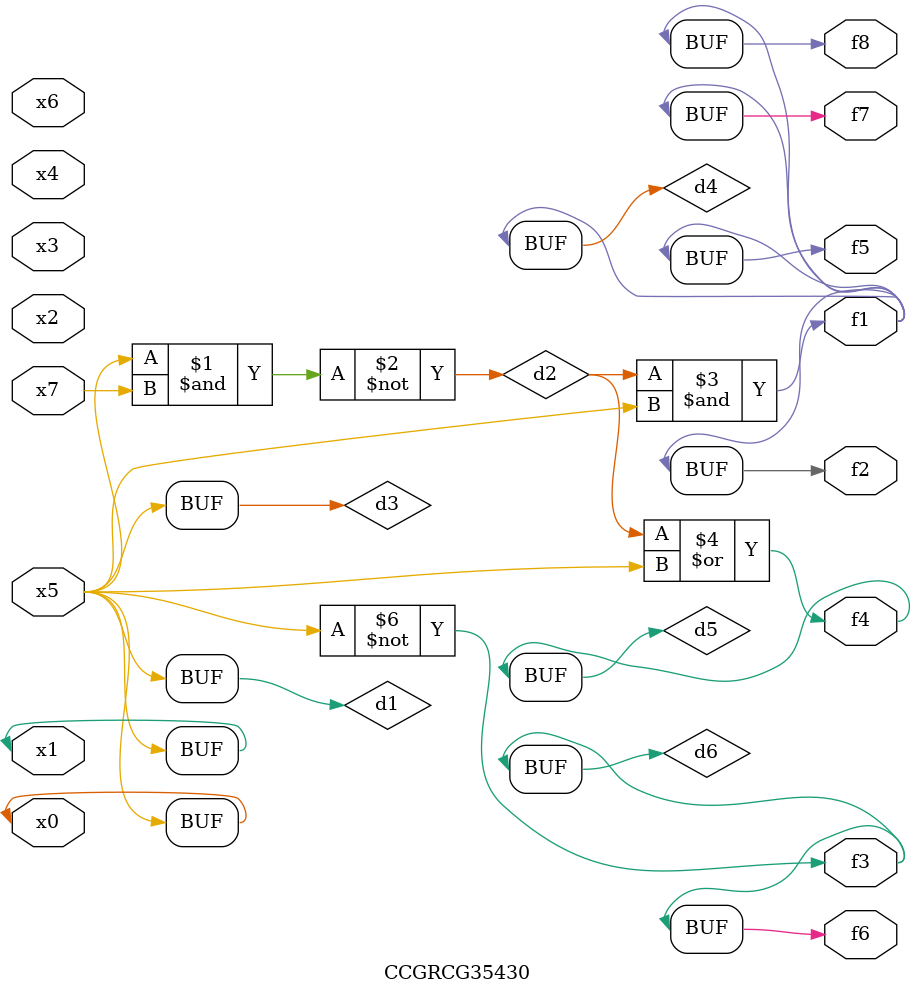
<source format=v>
module CCGRCG35430(
	input x0, x1, x2, x3, x4, x5, x6, x7,
	output f1, f2, f3, f4, f5, f6, f7, f8
);

	wire d1, d2, d3, d4, d5, d6;

	buf (d1, x0, x5);
	nand (d2, x5, x7);
	buf (d3, x0, x1);
	and (d4, d2, d3);
	or (d5, d2, d3);
	nor (d6, d1, d3);
	assign f1 = d4;
	assign f2 = d4;
	assign f3 = d6;
	assign f4 = d5;
	assign f5 = d4;
	assign f6 = d6;
	assign f7 = d4;
	assign f8 = d4;
endmodule

</source>
